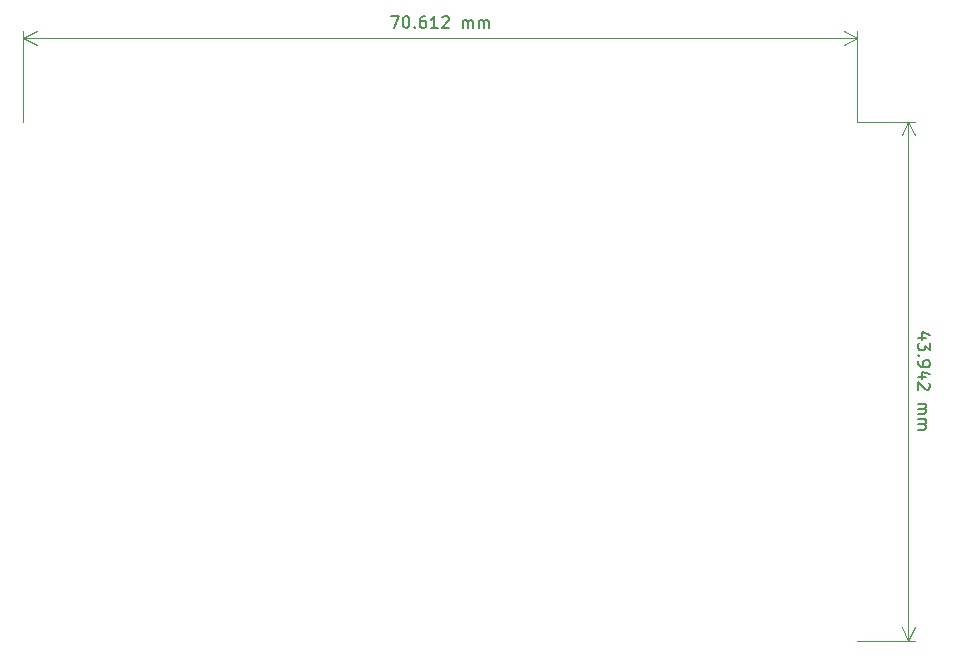
<source format=gbr>
G04 #@! TF.GenerationSoftware,KiCad,Pcbnew,5.1.5+dfsg1-2build2*
G04 #@! TF.CreationDate,2021-12-16T07:29:40-05:00*
G04 #@! TF.ProjectId,schematics,73636865-6d61-4746-9963-732e6b696361,rev?*
G04 #@! TF.SameCoordinates,Original*
G04 #@! TF.FileFunction,Legend,Bot*
G04 #@! TF.FilePolarity,Positive*
%FSLAX46Y46*%
G04 Gerber Fmt 4.6, Leading zero omitted, Abs format (unit mm)*
G04 Created by KiCad (PCBNEW 5.1.5+dfsg1-2build2) date 2021-12-16 07:29:40*
%MOMM*%
%LPD*%
G04 APERTURE LIST*
%ADD10C,0.150000*%
%ADD11C,0.120000*%
G04 APERTURE END LIST*
D10*
X159980285Y-159782333D02*
X159313619Y-159782333D01*
X160361238Y-159544238D02*
X159646952Y-159306142D01*
X159646952Y-159925190D01*
X160313619Y-160210904D02*
X160313619Y-160829952D01*
X159932666Y-160496619D01*
X159932666Y-160639476D01*
X159885047Y-160734714D01*
X159837428Y-160782333D01*
X159742190Y-160829952D01*
X159504095Y-160829952D01*
X159408857Y-160782333D01*
X159361238Y-160734714D01*
X159313619Y-160639476D01*
X159313619Y-160353761D01*
X159361238Y-160258523D01*
X159408857Y-160210904D01*
X159408857Y-161258523D02*
X159361238Y-161306142D01*
X159313619Y-161258523D01*
X159361238Y-161210904D01*
X159408857Y-161258523D01*
X159313619Y-161258523D01*
X159313619Y-161782333D02*
X159313619Y-161972809D01*
X159361238Y-162068047D01*
X159408857Y-162115666D01*
X159551714Y-162210904D01*
X159742190Y-162258523D01*
X160123142Y-162258523D01*
X160218380Y-162210904D01*
X160266000Y-162163285D01*
X160313619Y-162068047D01*
X160313619Y-161877571D01*
X160266000Y-161782333D01*
X160218380Y-161734714D01*
X160123142Y-161687095D01*
X159885047Y-161687095D01*
X159789809Y-161734714D01*
X159742190Y-161782333D01*
X159694571Y-161877571D01*
X159694571Y-162068047D01*
X159742190Y-162163285D01*
X159789809Y-162210904D01*
X159885047Y-162258523D01*
X159980285Y-163115666D02*
X159313619Y-163115666D01*
X160361238Y-162877571D02*
X159646952Y-162639476D01*
X159646952Y-163258523D01*
X160218380Y-163591857D02*
X160266000Y-163639476D01*
X160313619Y-163734714D01*
X160313619Y-163972809D01*
X160266000Y-164068047D01*
X160218380Y-164115666D01*
X160123142Y-164163285D01*
X160027904Y-164163285D01*
X159885047Y-164115666D01*
X159313619Y-163544238D01*
X159313619Y-164163285D01*
X159313619Y-165353761D02*
X159980285Y-165353761D01*
X159885047Y-165353761D02*
X159932666Y-165401380D01*
X159980285Y-165496619D01*
X159980285Y-165639476D01*
X159932666Y-165734714D01*
X159837428Y-165782333D01*
X159313619Y-165782333D01*
X159837428Y-165782333D02*
X159932666Y-165829952D01*
X159980285Y-165925190D01*
X159980285Y-166068047D01*
X159932666Y-166163285D01*
X159837428Y-166210904D01*
X159313619Y-166210904D01*
X159313619Y-166687095D02*
X159980285Y-166687095D01*
X159885047Y-166687095D02*
X159932666Y-166734714D01*
X159980285Y-166829952D01*
X159980285Y-166972809D01*
X159932666Y-167068047D01*
X159837428Y-167115666D01*
X159313619Y-167115666D01*
X159837428Y-167115666D02*
X159932666Y-167163285D01*
X159980285Y-167258523D01*
X159980285Y-167401380D01*
X159932666Y-167496619D01*
X159837428Y-167544238D01*
X159313619Y-167544238D01*
D11*
X158496000Y-141478000D02*
X158496000Y-185420000D01*
X154178000Y-141478000D02*
X159082421Y-141478000D01*
X154178000Y-185420000D02*
X159082421Y-185420000D01*
X158496000Y-185420000D02*
X157909579Y-184293496D01*
X158496000Y-185420000D02*
X159082421Y-184293496D01*
X158496000Y-141478000D02*
X157909579Y-142604504D01*
X158496000Y-141478000D02*
X159082421Y-142604504D01*
D10*
X114681523Y-132548380D02*
X115348190Y-132548380D01*
X114919619Y-133548380D01*
X115919619Y-132548380D02*
X116014857Y-132548380D01*
X116110095Y-132596000D01*
X116157714Y-132643619D01*
X116205333Y-132738857D01*
X116252952Y-132929333D01*
X116252952Y-133167428D01*
X116205333Y-133357904D01*
X116157714Y-133453142D01*
X116110095Y-133500761D01*
X116014857Y-133548380D01*
X115919619Y-133548380D01*
X115824380Y-133500761D01*
X115776761Y-133453142D01*
X115729142Y-133357904D01*
X115681523Y-133167428D01*
X115681523Y-132929333D01*
X115729142Y-132738857D01*
X115776761Y-132643619D01*
X115824380Y-132596000D01*
X115919619Y-132548380D01*
X116681523Y-133453142D02*
X116729142Y-133500761D01*
X116681523Y-133548380D01*
X116633904Y-133500761D01*
X116681523Y-133453142D01*
X116681523Y-133548380D01*
X117586285Y-132548380D02*
X117395809Y-132548380D01*
X117300571Y-132596000D01*
X117252952Y-132643619D01*
X117157714Y-132786476D01*
X117110095Y-132976952D01*
X117110095Y-133357904D01*
X117157714Y-133453142D01*
X117205333Y-133500761D01*
X117300571Y-133548380D01*
X117491047Y-133548380D01*
X117586285Y-133500761D01*
X117633904Y-133453142D01*
X117681523Y-133357904D01*
X117681523Y-133119809D01*
X117633904Y-133024571D01*
X117586285Y-132976952D01*
X117491047Y-132929333D01*
X117300571Y-132929333D01*
X117205333Y-132976952D01*
X117157714Y-133024571D01*
X117110095Y-133119809D01*
X118633904Y-133548380D02*
X118062476Y-133548380D01*
X118348190Y-133548380D02*
X118348190Y-132548380D01*
X118252952Y-132691238D01*
X118157714Y-132786476D01*
X118062476Y-132834095D01*
X119014857Y-132643619D02*
X119062476Y-132596000D01*
X119157714Y-132548380D01*
X119395809Y-132548380D01*
X119491047Y-132596000D01*
X119538666Y-132643619D01*
X119586285Y-132738857D01*
X119586285Y-132834095D01*
X119538666Y-132976952D01*
X118967238Y-133548380D01*
X119586285Y-133548380D01*
X120776761Y-133548380D02*
X120776761Y-132881714D01*
X120776761Y-132976952D02*
X120824380Y-132929333D01*
X120919619Y-132881714D01*
X121062476Y-132881714D01*
X121157714Y-132929333D01*
X121205333Y-133024571D01*
X121205333Y-133548380D01*
X121205333Y-133024571D02*
X121252952Y-132929333D01*
X121348190Y-132881714D01*
X121491047Y-132881714D01*
X121586285Y-132929333D01*
X121633904Y-133024571D01*
X121633904Y-133548380D01*
X122110095Y-133548380D02*
X122110095Y-132881714D01*
X122110095Y-132976952D02*
X122157714Y-132929333D01*
X122252952Y-132881714D01*
X122395809Y-132881714D01*
X122491047Y-132929333D01*
X122538666Y-133024571D01*
X122538666Y-133548380D01*
X122538666Y-133024571D02*
X122586285Y-132929333D01*
X122681523Y-132881714D01*
X122824380Y-132881714D01*
X122919619Y-132929333D01*
X122967238Y-133024571D01*
X122967238Y-133548380D01*
D11*
X83566000Y-134366000D02*
X154178000Y-134366000D01*
X83566000Y-141478000D02*
X83566000Y-133779579D01*
X154178000Y-141478000D02*
X154178000Y-133779579D01*
X154178000Y-134366000D02*
X153051496Y-134952421D01*
X154178000Y-134366000D02*
X153051496Y-133779579D01*
X83566000Y-134366000D02*
X84692504Y-134952421D01*
X83566000Y-134366000D02*
X84692504Y-133779579D01*
M02*

</source>
